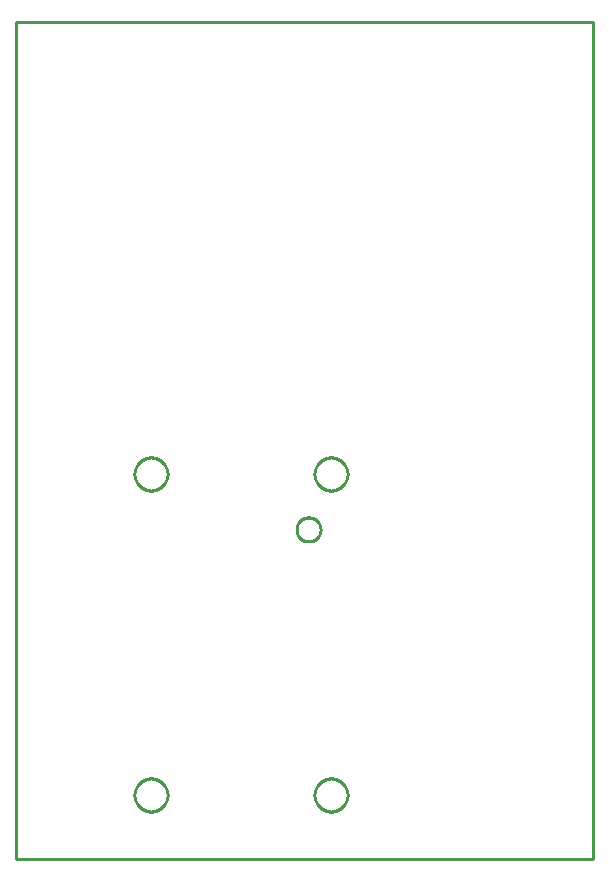
<source format=gbr>
G04 EAGLE Gerber RS-274X export*
G75*
%MOMM*%
%FSLAX34Y34*%
%LPD*%
%IN*%
%IPPOS*%
%AMOC8*
5,1,8,0,0,1.08239X$1,22.5*%
G01*
%ADD10C,0.254000*%


D10*
X-1270Y-1270D02*
X487480Y-1270D01*
X487480Y707900D01*
X-1270Y707900D01*
X-1270Y-1270D01*
X256540Y277686D02*
X256463Y276803D01*
X256309Y275929D01*
X256079Y275072D01*
X255776Y274238D01*
X255401Y273434D01*
X254957Y272666D01*
X254448Y271939D01*
X253878Y271259D01*
X253251Y270632D01*
X252571Y270062D01*
X251844Y269553D01*
X251076Y269109D01*
X250272Y268734D01*
X249438Y268431D01*
X248581Y268201D01*
X247707Y268047D01*
X246824Y267970D01*
X245936Y267970D01*
X245053Y268047D01*
X244179Y268201D01*
X243322Y268431D01*
X242488Y268734D01*
X241684Y269109D01*
X240916Y269553D01*
X240189Y270062D01*
X239509Y270632D01*
X238882Y271259D01*
X238312Y271939D01*
X237803Y272666D01*
X237359Y273434D01*
X236984Y274238D01*
X236681Y275072D01*
X236451Y275929D01*
X236297Y276803D01*
X236220Y277686D01*
X236220Y278574D01*
X236297Y279457D01*
X236451Y280331D01*
X236681Y281188D01*
X236984Y282022D01*
X237359Y282826D01*
X237803Y283594D01*
X238312Y284321D01*
X238882Y285001D01*
X239509Y285628D01*
X240189Y286198D01*
X240916Y286707D01*
X241684Y287151D01*
X242488Y287526D01*
X243322Y287829D01*
X244179Y288059D01*
X245053Y288213D01*
X245936Y288290D01*
X246824Y288290D01*
X247707Y288213D01*
X248581Y288059D01*
X249438Y287829D01*
X250272Y287526D01*
X251076Y287151D01*
X251844Y286707D01*
X252571Y286198D01*
X253251Y285628D01*
X253878Y285001D01*
X254448Y284321D01*
X254957Y283594D01*
X255401Y282826D01*
X255776Y282022D01*
X256079Y281188D01*
X256309Y280331D01*
X256463Y279457D01*
X256540Y278574D01*
X256540Y277686D01*
X264930Y311120D02*
X263933Y311191D01*
X262943Y311334D01*
X261966Y311546D01*
X261006Y311828D01*
X260069Y312177D01*
X259159Y312593D01*
X258282Y313072D01*
X257440Y313613D01*
X256640Y314212D01*
X255884Y314867D01*
X255177Y315574D01*
X254522Y316330D01*
X253923Y317130D01*
X253382Y317972D01*
X252903Y318849D01*
X252487Y319759D01*
X252138Y320696D01*
X251856Y321656D01*
X251644Y322633D01*
X251501Y323623D01*
X251430Y324620D01*
X251430Y325620D01*
X251501Y326618D01*
X251644Y327607D01*
X251856Y328585D01*
X252138Y329544D01*
X252487Y330481D01*
X252903Y331391D01*
X253382Y332268D01*
X253923Y333110D01*
X254522Y333910D01*
X255177Y334666D01*
X255884Y335373D01*
X256640Y336028D01*
X257440Y336627D01*
X258282Y337168D01*
X259159Y337647D01*
X260069Y338063D01*
X261006Y338412D01*
X261966Y338694D01*
X262943Y338906D01*
X263933Y339049D01*
X264930Y339120D01*
X265930Y339120D01*
X266928Y339049D01*
X267917Y338906D01*
X268895Y338694D01*
X269854Y338412D01*
X270791Y338063D01*
X271701Y337647D01*
X272578Y337168D01*
X273420Y336627D01*
X274220Y336028D01*
X274976Y335373D01*
X275683Y334666D01*
X276338Y333910D01*
X276937Y333110D01*
X277478Y332268D01*
X277957Y331391D01*
X278373Y330481D01*
X278722Y329544D01*
X279004Y328585D01*
X279216Y327607D01*
X279359Y326618D01*
X279430Y325620D01*
X279430Y324620D01*
X279359Y323623D01*
X279216Y322633D01*
X279004Y321656D01*
X278722Y320696D01*
X278373Y319759D01*
X277957Y318849D01*
X277478Y317972D01*
X276937Y317130D01*
X276338Y316330D01*
X275683Y315574D01*
X274976Y314867D01*
X274220Y314212D01*
X273420Y313613D01*
X272578Y313072D01*
X271701Y312593D01*
X270791Y312177D01*
X269854Y311828D01*
X268895Y311546D01*
X267917Y311334D01*
X266928Y311191D01*
X265930Y311120D01*
X264930Y311120D01*
X112530Y311120D02*
X111533Y311191D01*
X110543Y311334D01*
X109566Y311546D01*
X108606Y311828D01*
X107669Y312177D01*
X106759Y312593D01*
X105882Y313072D01*
X105040Y313613D01*
X104240Y314212D01*
X103484Y314867D01*
X102777Y315574D01*
X102122Y316330D01*
X101523Y317130D01*
X100982Y317972D01*
X100503Y318849D01*
X100087Y319759D01*
X99738Y320696D01*
X99456Y321656D01*
X99244Y322633D01*
X99101Y323623D01*
X99030Y324620D01*
X99030Y325620D01*
X99101Y326618D01*
X99244Y327607D01*
X99456Y328585D01*
X99738Y329544D01*
X100087Y330481D01*
X100503Y331391D01*
X100982Y332268D01*
X101523Y333110D01*
X102122Y333910D01*
X102777Y334666D01*
X103484Y335373D01*
X104240Y336028D01*
X105040Y336627D01*
X105882Y337168D01*
X106759Y337647D01*
X107669Y338063D01*
X108606Y338412D01*
X109566Y338694D01*
X110543Y338906D01*
X111533Y339049D01*
X112530Y339120D01*
X113530Y339120D01*
X114528Y339049D01*
X115517Y338906D01*
X116495Y338694D01*
X117454Y338412D01*
X118391Y338063D01*
X119301Y337647D01*
X120178Y337168D01*
X121020Y336627D01*
X121820Y336028D01*
X122576Y335373D01*
X123283Y334666D01*
X123938Y333910D01*
X124537Y333110D01*
X125078Y332268D01*
X125557Y331391D01*
X125973Y330481D01*
X126322Y329544D01*
X126604Y328585D01*
X126816Y327607D01*
X126959Y326618D01*
X127030Y325620D01*
X127030Y324620D01*
X126959Y323623D01*
X126816Y322633D01*
X126604Y321656D01*
X126322Y320696D01*
X125973Y319759D01*
X125557Y318849D01*
X125078Y317972D01*
X124537Y317130D01*
X123938Y316330D01*
X123283Y315574D01*
X122576Y314867D01*
X121820Y314212D01*
X121020Y313613D01*
X120178Y313072D01*
X119301Y312593D01*
X118391Y312177D01*
X117454Y311828D01*
X116495Y311546D01*
X115517Y311334D01*
X114528Y311191D01*
X113530Y311120D01*
X112530Y311120D01*
X112530Y39340D02*
X111533Y39411D01*
X110543Y39554D01*
X109566Y39766D01*
X108606Y40048D01*
X107669Y40397D01*
X106759Y40813D01*
X105882Y41292D01*
X105040Y41833D01*
X104240Y42432D01*
X103484Y43087D01*
X102777Y43794D01*
X102122Y44550D01*
X101523Y45350D01*
X100982Y46192D01*
X100503Y47069D01*
X100087Y47979D01*
X99738Y48916D01*
X99456Y49876D01*
X99244Y50853D01*
X99101Y51843D01*
X99030Y52840D01*
X99030Y53840D01*
X99101Y54838D01*
X99244Y55827D01*
X99456Y56805D01*
X99738Y57764D01*
X100087Y58701D01*
X100503Y59611D01*
X100982Y60488D01*
X101523Y61330D01*
X102122Y62130D01*
X102777Y62886D01*
X103484Y63593D01*
X104240Y64248D01*
X105040Y64847D01*
X105882Y65388D01*
X106759Y65867D01*
X107669Y66283D01*
X108606Y66632D01*
X109566Y66914D01*
X110543Y67126D01*
X111533Y67269D01*
X112530Y67340D01*
X113530Y67340D01*
X114528Y67269D01*
X115517Y67126D01*
X116495Y66914D01*
X117454Y66632D01*
X118391Y66283D01*
X119301Y65867D01*
X120178Y65388D01*
X121020Y64847D01*
X121820Y64248D01*
X122576Y63593D01*
X123283Y62886D01*
X123938Y62130D01*
X124537Y61330D01*
X125078Y60488D01*
X125557Y59611D01*
X125973Y58701D01*
X126322Y57764D01*
X126604Y56805D01*
X126816Y55827D01*
X126959Y54838D01*
X127030Y53840D01*
X127030Y52840D01*
X126959Y51843D01*
X126816Y50853D01*
X126604Y49876D01*
X126322Y48916D01*
X125973Y47979D01*
X125557Y47069D01*
X125078Y46192D01*
X124537Y45350D01*
X123938Y44550D01*
X123283Y43794D01*
X122576Y43087D01*
X121820Y42432D01*
X121020Y41833D01*
X120178Y41292D01*
X119301Y40813D01*
X118391Y40397D01*
X117454Y40048D01*
X116495Y39766D01*
X115517Y39554D01*
X114528Y39411D01*
X113530Y39340D01*
X112530Y39340D01*
X264930Y39340D02*
X263933Y39411D01*
X262943Y39554D01*
X261966Y39766D01*
X261006Y40048D01*
X260069Y40397D01*
X259159Y40813D01*
X258282Y41292D01*
X257440Y41833D01*
X256640Y42432D01*
X255884Y43087D01*
X255177Y43794D01*
X254522Y44550D01*
X253923Y45350D01*
X253382Y46192D01*
X252903Y47069D01*
X252487Y47979D01*
X252138Y48916D01*
X251856Y49876D01*
X251644Y50853D01*
X251501Y51843D01*
X251430Y52840D01*
X251430Y53840D01*
X251501Y54838D01*
X251644Y55827D01*
X251856Y56805D01*
X252138Y57764D01*
X252487Y58701D01*
X252903Y59611D01*
X253382Y60488D01*
X253923Y61330D01*
X254522Y62130D01*
X255177Y62886D01*
X255884Y63593D01*
X256640Y64248D01*
X257440Y64847D01*
X258282Y65388D01*
X259159Y65867D01*
X260069Y66283D01*
X261006Y66632D01*
X261966Y66914D01*
X262943Y67126D01*
X263933Y67269D01*
X264930Y67340D01*
X265930Y67340D01*
X266928Y67269D01*
X267917Y67126D01*
X268895Y66914D01*
X269854Y66632D01*
X270791Y66283D01*
X271701Y65867D01*
X272578Y65388D01*
X273420Y64847D01*
X274220Y64248D01*
X274976Y63593D01*
X275683Y62886D01*
X276338Y62130D01*
X276937Y61330D01*
X277478Y60488D01*
X277957Y59611D01*
X278373Y58701D01*
X278722Y57764D01*
X279004Y56805D01*
X279216Y55827D01*
X279359Y54838D01*
X279430Y53840D01*
X279430Y52840D01*
X279359Y51843D01*
X279216Y50853D01*
X279004Y49876D01*
X278722Y48916D01*
X278373Y47979D01*
X277957Y47069D01*
X277478Y46192D01*
X276937Y45350D01*
X276338Y44550D01*
X275683Y43794D01*
X274976Y43087D01*
X274220Y42432D01*
X273420Y41833D01*
X272578Y41292D01*
X271701Y40813D01*
X270791Y40397D01*
X269854Y40048D01*
X268895Y39766D01*
X267917Y39554D01*
X266928Y39411D01*
X265930Y39340D01*
X264930Y39340D01*
M02*

</source>
